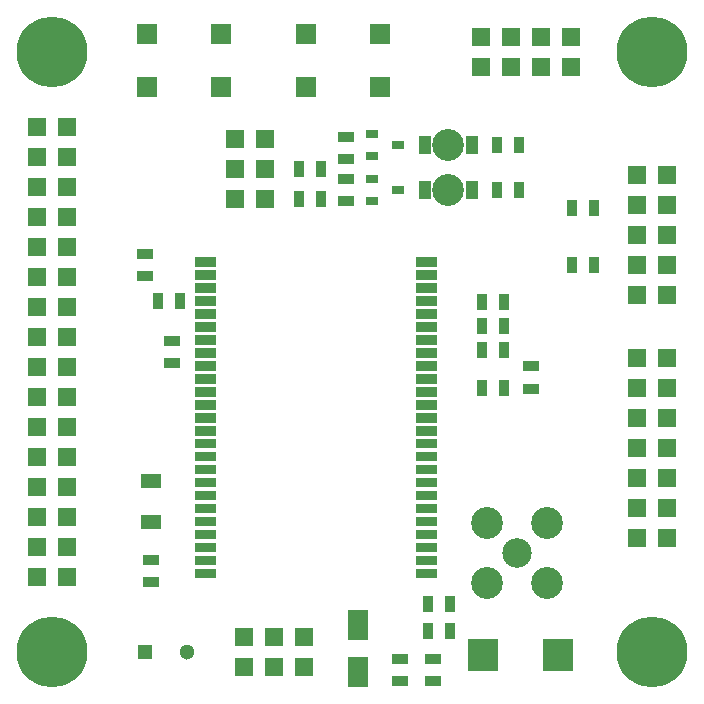
<source format=gbr>
G04 #@! TF.FileFunction,Soldermask,Bot*
%FSLAX46Y46*%
G04 Gerber Fmt 4.6, Leading zero omitted, Abs format (unit mm)*
G04 Created by KiCad (PCBNEW 4.0.1-3.201512221401+6198~38~ubuntu15.10.1-stable) date Út 19. leden 2016, 20:27:27 CET*
%MOMM*%
G01*
G04 APERTURE LIST*
%ADD10C,0.300000*%
%ADD11R,2.550160X2.700020*%
%ADD12R,1.397000X0.889000*%
%ADD13R,0.889000X1.397000*%
%ADD14R,1.699260X1.300480*%
%ADD15R,1.050000X1.500000*%
%ADD16C,2.700000*%
%ADD17R,1.800860X2.499360*%
%ADD18R,1.524000X1.524000*%
%ADD19C,2.500000*%
%ADD20C,6.000000*%
%ADD21R,1.000760X0.800100*%
%ADD22R,1.676400X1.676400*%
%ADD23C,1.300000*%
%ADD24R,1.300000X1.300000*%
G04 APERTURE END LIST*
D10*
D11*
X47879000Y4826000D03*
X41529000Y4826000D03*
D12*
X12954000Y36893500D03*
X12954000Y38798500D03*
D13*
X36893500Y6858000D03*
X38798500Y6858000D03*
X36893500Y9144000D03*
X38798500Y9144000D03*
D12*
X34544000Y4508500D03*
X34544000Y2603500D03*
X37338000Y4508500D03*
X37338000Y2603500D03*
D13*
X41465500Y30607000D03*
X43370500Y30607000D03*
X41465500Y34671000D03*
X43370500Y34671000D03*
X41465500Y32639000D03*
X43370500Y32639000D03*
X41465500Y27432000D03*
X43370500Y27432000D03*
D12*
X45593000Y29273500D03*
X45593000Y27368500D03*
D14*
X13462000Y16029940D03*
X13462000Y19530060D03*
D15*
X36608000Y44196000D03*
X40608000Y44196000D03*
D16*
X38608000Y44196000D03*
D15*
X36608000Y48006000D03*
X40608000Y48006000D03*
D16*
X38608000Y48006000D03*
D17*
X30988000Y3335020D03*
X30988000Y7332980D03*
D18*
X6350000Y36830000D03*
X3810000Y36830000D03*
X6350000Y39370000D03*
X3810000Y39370000D03*
X6350000Y13970000D03*
X3810000Y13970000D03*
X6350000Y16510000D03*
X3810000Y16510000D03*
X6350000Y19050000D03*
X3810000Y19050000D03*
X6350000Y21590000D03*
X3810000Y21590000D03*
X6350000Y24130000D03*
X3810000Y24130000D03*
X6350000Y26670000D03*
X3810000Y26670000D03*
X6350000Y29210000D03*
X3810000Y29210000D03*
X6350000Y31750000D03*
X3810000Y31750000D03*
X6350000Y34290000D03*
X3810000Y34290000D03*
X23114000Y48514000D03*
X20574000Y48514000D03*
D19*
X44450000Y13462000D03*
D16*
X46990000Y10922000D03*
X41910000Y10922000D03*
X41910000Y16002000D03*
X46990000Y16002000D03*
D18*
X6350000Y11430000D03*
X3810000Y11430000D03*
X6350000Y41910000D03*
X3810000Y41910000D03*
X6350000Y44450000D03*
X3810000Y44450000D03*
X6350000Y46990000D03*
X3810000Y46990000D03*
X6350000Y49530000D03*
X3810000Y49530000D03*
X57150000Y24892000D03*
X54610000Y24892000D03*
X57150000Y27432000D03*
X54610000Y27432000D03*
X57150000Y29972000D03*
X54610000Y29972000D03*
X49022000Y57150000D03*
X49022000Y54610000D03*
X46482000Y57150000D03*
X46482000Y54610000D03*
X43942000Y57150000D03*
X43942000Y54610000D03*
X41402000Y57150000D03*
X41402000Y54610000D03*
X57150000Y14732000D03*
X54610000Y14732000D03*
X57150000Y17272000D03*
X54610000Y17272000D03*
X57150000Y19812000D03*
X54610000Y19812000D03*
X57150000Y22352000D03*
X54610000Y22352000D03*
X57150000Y40386000D03*
X54610000Y40386000D03*
X57150000Y37846000D03*
X54610000Y37846000D03*
X57150000Y42926000D03*
X54610000Y42926000D03*
X57150000Y45466000D03*
X54610000Y45466000D03*
X57150000Y35306000D03*
X54610000Y35306000D03*
X23114000Y43434000D03*
X20574000Y43434000D03*
X23114000Y45974000D03*
X20574000Y45974000D03*
X21336000Y3810000D03*
X21336000Y6350000D03*
X23876000Y3810000D03*
X23876000Y6350000D03*
X26416000Y3810000D03*
X26416000Y6350000D03*
D13*
X14033500Y34798000D03*
X15938500Y34798000D03*
D20*
X5080000Y55880000D03*
X55880000Y5080000D03*
X55880000Y55880000D03*
X5080000Y5080000D03*
D21*
X34373820Y44196000D03*
X32174180Y45148500D03*
X32174180Y43243500D03*
X34373820Y48006000D03*
X32174180Y48958500D03*
X32174180Y47053500D03*
D12*
X13462000Y12890500D03*
X13462000Y10985500D03*
X15240000Y29527500D03*
X15240000Y31432500D03*
D13*
X49085500Y42672000D03*
X50990500Y42672000D03*
X49085500Y37846000D03*
X50990500Y37846000D03*
X44640500Y44196000D03*
X42735500Y44196000D03*
X44640500Y48006000D03*
X42735500Y48006000D03*
D12*
X29972000Y43243500D03*
X29972000Y45148500D03*
X29972000Y48704500D03*
X29972000Y46799500D03*
D13*
X25971500Y43434000D03*
X27876500Y43434000D03*
X25971500Y45974000D03*
X27876500Y45974000D03*
D22*
X32868000Y57368000D03*
X32868000Y52868000D03*
X26568000Y57368000D03*
X26568000Y52868000D03*
X19406000Y57368000D03*
X19406000Y52868000D03*
X13106000Y57368000D03*
X13106000Y52868000D03*
D10*
G36*
X17182000Y11292000D02*
X17182000Y12092000D01*
X18982000Y12092000D01*
X18982000Y11292000D01*
X17182000Y11292000D01*
X17182000Y11292000D01*
G37*
G36*
X17182000Y12392000D02*
X17182000Y13192000D01*
X18982000Y13192000D01*
X18982000Y12392000D01*
X17182000Y12392000D01*
X17182000Y12392000D01*
G37*
G36*
X17182000Y13492000D02*
X17182000Y14292000D01*
X18982000Y14292000D01*
X18982000Y13492000D01*
X17182000Y13492000D01*
X17182000Y13492000D01*
G37*
G36*
X17182000Y14592000D02*
X17182000Y15392000D01*
X18982000Y15392000D01*
X18982000Y14592000D01*
X17182000Y14592000D01*
X17182000Y14592000D01*
G37*
G36*
X17182000Y15692000D02*
X17182000Y16492000D01*
X18982000Y16492000D01*
X18982000Y15692000D01*
X17182000Y15692000D01*
X17182000Y15692000D01*
G37*
G36*
X17182000Y16792000D02*
X17182000Y17592000D01*
X18982000Y17592000D01*
X18982000Y16792000D01*
X17182000Y16792000D01*
X17182000Y16792000D01*
G37*
G36*
X17182000Y17892000D02*
X17182000Y18692000D01*
X18982000Y18692000D01*
X18982000Y17892000D01*
X17182000Y17892000D01*
X17182000Y17892000D01*
G37*
G36*
X17182000Y18992000D02*
X17182000Y19792000D01*
X18982000Y19792000D01*
X18982000Y18992000D01*
X17182000Y18992000D01*
X17182000Y18992000D01*
G37*
G36*
X17182000Y20092000D02*
X17182000Y20892000D01*
X18982000Y20892000D01*
X18982000Y20092000D01*
X17182000Y20092000D01*
X17182000Y20092000D01*
G37*
G36*
X17182000Y21192000D02*
X17182000Y21992000D01*
X18982000Y21992000D01*
X18982000Y21192000D01*
X17182000Y21192000D01*
X17182000Y21192000D01*
G37*
G36*
X17182000Y22292000D02*
X17182000Y23092000D01*
X18982000Y23092000D01*
X18982000Y22292000D01*
X17182000Y22292000D01*
X17182000Y22292000D01*
G37*
G36*
X17182000Y23392000D02*
X17182000Y24192000D01*
X18982000Y24192000D01*
X18982000Y23392000D01*
X17182000Y23392000D01*
X17182000Y23392000D01*
G37*
G36*
X17182000Y24492000D02*
X17182000Y25292000D01*
X18982000Y25292000D01*
X18982000Y24492000D01*
X17182000Y24492000D01*
X17182000Y24492000D01*
G37*
G36*
X17182000Y25592000D02*
X17182000Y26392000D01*
X18982000Y26392000D01*
X18982000Y25592000D01*
X17182000Y25592000D01*
X17182000Y25592000D01*
G37*
G36*
X17182000Y26692000D02*
X17182000Y27492000D01*
X18982000Y27492000D01*
X18982000Y26692000D01*
X17182000Y26692000D01*
X17182000Y26692000D01*
G37*
G36*
X17182000Y27792000D02*
X17182000Y28592000D01*
X18982000Y28592000D01*
X18982000Y27792000D01*
X17182000Y27792000D01*
X17182000Y27792000D01*
G37*
G36*
X17182000Y28892000D02*
X17182000Y29692000D01*
X18982000Y29692000D01*
X18982000Y28892000D01*
X17182000Y28892000D01*
X17182000Y28892000D01*
G37*
G36*
X17182000Y29992000D02*
X17182000Y30792000D01*
X18982000Y30792000D01*
X18982000Y29992000D01*
X17182000Y29992000D01*
X17182000Y29992000D01*
G37*
G36*
X17182000Y31092000D02*
X17182000Y31892000D01*
X18982000Y31892000D01*
X18982000Y31092000D01*
X17182000Y31092000D01*
X17182000Y31092000D01*
G37*
G36*
X17182000Y32192000D02*
X17182000Y32992000D01*
X18982000Y32992000D01*
X18982000Y32192000D01*
X17182000Y32192000D01*
X17182000Y32192000D01*
G37*
G36*
X17182000Y33292000D02*
X17182000Y34092000D01*
X18982000Y34092000D01*
X18982000Y33292000D01*
X17182000Y33292000D01*
X17182000Y33292000D01*
G37*
G36*
X17182000Y34392000D02*
X17182000Y35192000D01*
X18982000Y35192000D01*
X18982000Y34392000D01*
X17182000Y34392000D01*
X17182000Y34392000D01*
G37*
G36*
X17182000Y35492000D02*
X17182000Y36292000D01*
X18982000Y36292000D01*
X18982000Y35492000D01*
X17182000Y35492000D01*
X17182000Y35492000D01*
G37*
G36*
X17182000Y36592000D02*
X17182000Y37392000D01*
X18982000Y37392000D01*
X18982000Y36592000D01*
X17182000Y36592000D01*
X17182000Y36592000D01*
G37*
G36*
X17182000Y37692000D02*
X17182000Y38492000D01*
X18982000Y38492000D01*
X18982000Y37692000D01*
X17182000Y37692000D01*
X17182000Y37692000D01*
G37*
G36*
X35882000Y37692000D02*
X35882000Y38492000D01*
X37682000Y38492000D01*
X37682000Y37692000D01*
X35882000Y37692000D01*
X35882000Y37692000D01*
G37*
G36*
X35882000Y36592000D02*
X35882000Y37392000D01*
X37682000Y37392000D01*
X37682000Y36592000D01*
X35882000Y36592000D01*
X35882000Y36592000D01*
G37*
G36*
X35882000Y35492000D02*
X35882000Y36292000D01*
X37682000Y36292000D01*
X37682000Y35492000D01*
X35882000Y35492000D01*
X35882000Y35492000D01*
G37*
G36*
X35882000Y34392000D02*
X35882000Y35192000D01*
X37682000Y35192000D01*
X37682000Y34392000D01*
X35882000Y34392000D01*
X35882000Y34392000D01*
G37*
G36*
X35882000Y33292000D02*
X35882000Y34092000D01*
X37682000Y34092000D01*
X37682000Y33292000D01*
X35882000Y33292000D01*
X35882000Y33292000D01*
G37*
G36*
X35882000Y32192000D02*
X35882000Y32992000D01*
X37682000Y32992000D01*
X37682000Y32192000D01*
X35882000Y32192000D01*
X35882000Y32192000D01*
G37*
G36*
X35882000Y31092000D02*
X35882000Y31892000D01*
X37682000Y31892000D01*
X37682000Y31092000D01*
X35882000Y31092000D01*
X35882000Y31092000D01*
G37*
G36*
X35882000Y29992000D02*
X35882000Y30792000D01*
X37682000Y30792000D01*
X37682000Y29992000D01*
X35882000Y29992000D01*
X35882000Y29992000D01*
G37*
G36*
X35882000Y28892000D02*
X35882000Y29692000D01*
X37682000Y29692000D01*
X37682000Y28892000D01*
X35882000Y28892000D01*
X35882000Y28892000D01*
G37*
G36*
X35882000Y27792000D02*
X35882000Y28592000D01*
X37682000Y28592000D01*
X37682000Y27792000D01*
X35882000Y27792000D01*
X35882000Y27792000D01*
G37*
G36*
X35882000Y26692000D02*
X35882000Y27492000D01*
X37682000Y27492000D01*
X37682000Y26692000D01*
X35882000Y26692000D01*
X35882000Y26692000D01*
G37*
G36*
X35882000Y25592000D02*
X35882000Y26392000D01*
X37682000Y26392000D01*
X37682000Y25592000D01*
X35882000Y25592000D01*
X35882000Y25592000D01*
G37*
G36*
X35882000Y24492000D02*
X35882000Y25292000D01*
X37682000Y25292000D01*
X37682000Y24492000D01*
X35882000Y24492000D01*
X35882000Y24492000D01*
G37*
G36*
X35882000Y23392000D02*
X35882000Y24192000D01*
X37682000Y24192000D01*
X37682000Y23392000D01*
X35882000Y23392000D01*
X35882000Y23392000D01*
G37*
G36*
X35882000Y22292000D02*
X35882000Y23092000D01*
X37682000Y23092000D01*
X37682000Y22292000D01*
X35882000Y22292000D01*
X35882000Y22292000D01*
G37*
G36*
X35882000Y21192000D02*
X35882000Y21992000D01*
X37682000Y21992000D01*
X37682000Y21192000D01*
X35882000Y21192000D01*
X35882000Y21192000D01*
G37*
G36*
X35882000Y20092000D02*
X35882000Y20892000D01*
X37682000Y20892000D01*
X37682000Y20092000D01*
X35882000Y20092000D01*
X35882000Y20092000D01*
G37*
G36*
X35882000Y18992000D02*
X35882000Y19792000D01*
X37682000Y19792000D01*
X37682000Y18992000D01*
X35882000Y18992000D01*
X35882000Y18992000D01*
G37*
G36*
X35882000Y17892000D02*
X35882000Y18692000D01*
X37682000Y18692000D01*
X37682000Y17892000D01*
X35882000Y17892000D01*
X35882000Y17892000D01*
G37*
G36*
X35882000Y16792000D02*
X35882000Y17592000D01*
X37682000Y17592000D01*
X37682000Y16792000D01*
X35882000Y16792000D01*
X35882000Y16792000D01*
G37*
G36*
X35882000Y15692000D02*
X35882000Y16492000D01*
X37682000Y16492000D01*
X37682000Y15692000D01*
X35882000Y15692000D01*
X35882000Y15692000D01*
G37*
G36*
X35882000Y14592000D02*
X35882000Y15392000D01*
X37682000Y15392000D01*
X37682000Y14592000D01*
X35882000Y14592000D01*
X35882000Y14592000D01*
G37*
G36*
X35882000Y13492000D02*
X35882000Y14292000D01*
X37682000Y14292000D01*
X37682000Y13492000D01*
X35882000Y13492000D01*
X35882000Y13492000D01*
G37*
G36*
X35882000Y12392000D02*
X35882000Y13192000D01*
X37682000Y13192000D01*
X37682000Y12392000D01*
X35882000Y12392000D01*
X35882000Y12392000D01*
G37*
G36*
X35882000Y11292000D02*
X35882000Y12092000D01*
X37682000Y12092000D01*
X37682000Y11292000D01*
X35882000Y11292000D01*
X35882000Y11292000D01*
G37*
D23*
X16454000Y5080000D03*
D24*
X12954000Y5080000D03*
M02*

</source>
